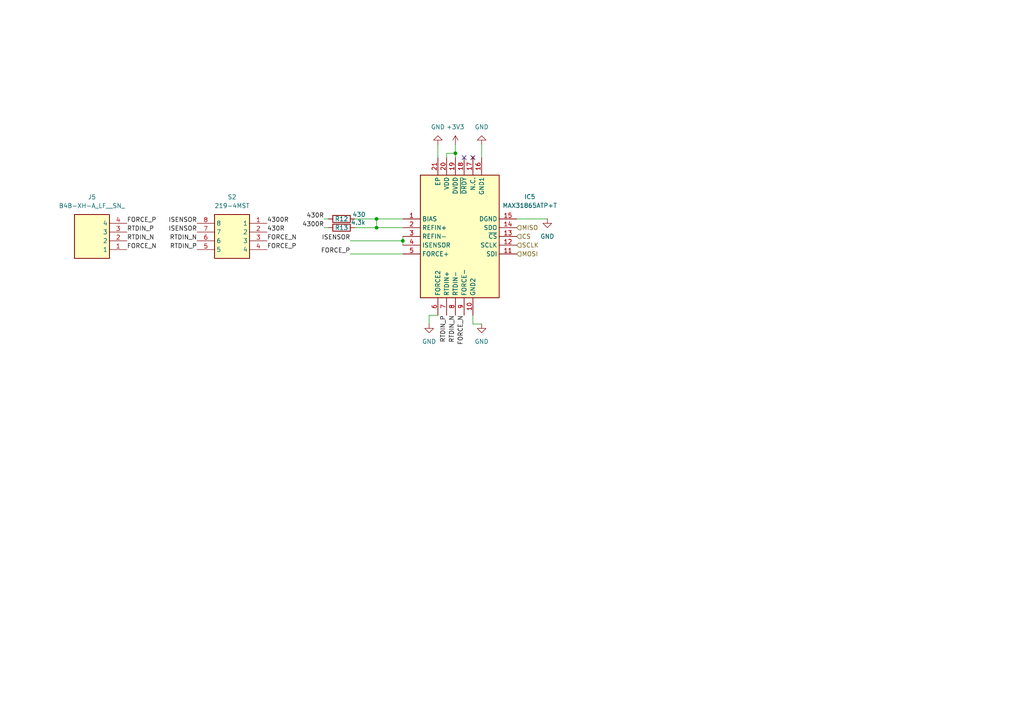
<source format=kicad_sch>
(kicad_sch (version 20250114) (generator "eeschema") (generator_version "9.0")
  (paper "A4")
  (lib_symbols
    (symbol "B4B-XH-A_LF__SN_:B4B-XH-A_LF__SN_"
      (property "Reference" "J" (at 16.51 7.62 0))
      (property "Value" "B4B-XH-A_LF__SN_" (at 16.51 5.08 0))
      (symbol "B4B-XH-A_LF__SN__1_1"
        (rectangle (start 5.08 2.54) (end 15.24 -10.16) (stroke (width 0.254)) (fill (type background)))
        (pin passive line (at 0 0 0) (length 5.08) (name "1") (number "1"))
        (pin passive line (at 0 -2.54 0) (length 5.08) (name "2") (number "2"))
        (pin passive line (at 0 -5.08 0) (length 5.08) (name "3") (number "3"))
        (pin passive line (at 0 -7.62 0) (length 5.08) (name "4") (number "4"))
      )
    )
    (symbol "Device:R" (pin_numbers (hide yes)) (pin_names (offset 0))
      (property "Reference" "R" (at 2.032 0 90))
      (property "Value" "R" (at 0 0 90))
      (symbol "R_0_1"
        (rectangle (start -1.016 -2.54) (end 1.016 2.54) (stroke (width 0.254)))
      )
      (symbol "R_1_1"
        (pin passive line (at 0 3.81 270) (length 1.27) (name "~") (number "1"))
        (pin passive line (at 0 -3.81 90) (length 1.27) (name "~") (number "2"))
      )
    )
    (symbol "MAX31865ATP+T:MAX31865ATP+T"
      (property "Reference" "IC" (at 29.21 17.78 0))
      (property "Value" "MAX31865ATP+T" (at 29.21 15.24 0))
      (symbol "MAX31865ATP+T_1_1"
        (rectangle (start 5.08 12.7) (end 27.94 -22.86) (stroke (width 0.254)) (fill (type background)))
        (pin passive line (at 0 0 0) (length 5.08) (name "BIAS") (number "1"))
        (pin passive line (at 0 -2.54 0) (length 5.08) (name "REFIN+") (number "2"))
        (pin passive line (at 0 -5.08 0) (length 5.08) (name "REFIN-") (number "3"))
        (pin passive line (at 0 -7.62 0) (length 5.08) (name "ISENSOR") (number "4"))
        (pin passive line (at 0 -10.16 0) (length 5.08) (name "FORCE+") (number "5"))
        (pin passive line (at 10.16 17.78 270) (length 5.08) (name "EP") (number "21"))
        (pin passive line (at 10.16 -27.94 90) (length 5.08) (name "FORCE2") (number "6"))
        (pin passive line (at 12.7 17.78 270) (length 5.08) (name "VDD") (number "20"))
        (pin passive line (at 12.7 -27.94 90) (length 5.08) (name "RTDIN+") (number "7"))
        (pin passive line (at 15.24 17.78 270) (length 5.08) (name "DVDD") (number "19"))
        (pin passive line (at 15.24 -27.94 90) (length 5.08) (name "RTDIN-") (number "8"))
        (pin passive line (at 17.78 17.78 270) (length 5.08) (name "~{DRDY}") (number "18"))
        (pin passive line (at 17.78 -27.94 90) (length 5.08) (name "FORCE-") (number "9"))
        (pin no_connect line (at 20.32 17.78 270) (length 5.08) (name "N.C.") (number "17"))
        (pin passive line (at 20.32 -27.94 90) (length 5.08) (name "GND2") (number "10"))
        (pin passive line (at 22.86 17.78 270) (length 5.08) (name "GND1") (number "16"))
        (pin passive line (at 33.02 0 180) (length 5.08) (name "DGND") (number "15"))
        (pin passive line (at 33.02 -2.54 180) (length 5.08) (name "SDO") (number "14"))
        (pin passive line (at 33.02 -5.08 180) (length 5.08) (name "~{CS}") (number "13"))
        (pin passive line (at 33.02 -7.62 180) (length 5.08) (name "SCLK") (number "12"))
        (pin passive line (at 33.02 -10.16 180) (length 5.08) (name "SDI") (number "11"))
      )
    )
    (symbol "Switches SPST 4:219-4MST"
      (property "Reference" "S" (at 16.51 7.62 0))
      (property "Value" "219-4MST" (at 16.51 5.08 0))
      (symbol "219-4MST_1_1"
        (rectangle (start 5.08 2.54) (end 15.24 -10.16) (stroke (width 0.254)) (fill (type background)))
        (pin passive line (at 0 0 0) (length 5.08) (name "1") (number "1"))
        (pin passive line (at 0 -2.54 0) (length 5.08) (name "2") (number "2"))
        (pin passive line (at 0 -5.08 0) (length 5.08) (name "3") (number "3"))
        (pin passive line (at 0 -7.62 0) (length 5.08) (name "4") (number "4"))
        (pin passive line (at 20.32 0 180) (length 5.08) (name "8") (number "8"))
        (pin passive line (at 20.32 -2.54 180) (length 5.08) (name "7") (number "7"))
        (pin passive line (at 20.32 -5.08 180) (length 5.08) (name "6") (number "6"))
        (pin passive line (at 20.32 -7.62 180) (length 5.08) (name "5") (number "5"))
      )
    )
    (symbol "power:+3V3" (power) (pin_numbers (hide yes)) (pin_names (offset 0) (hide yes))
      (property "Value" "+3V3" (at 0 3.556 0))
      (symbol "+3V3_0_1"
        (polyline (pts (xy -0.762 1.27) (xy 0 2.54)))
        (polyline (pts (xy 0 2.54) (xy 0.762 1.27)))
        (polyline (pts (xy 0 0) (xy 0 2.54)))
      )
      (symbol "+3V3_1_1"
        (pin power_in line (at 0 0 90) (length 0) (name "~") (number "1"))
      )
    )
    (symbol "power:GND" (power) (pin_numbers (hide yes)) (pin_names (offset 0) (hide yes))
      (property "Value" "GND" (at 0 -3.81 0))
      (symbol "GND_0_1"
        (polyline (pts (xy 0 0) (xy 0 -1.27) (xy 1.27 -1.27) (xy 0 -2.54) (xy -1.27 -1.27) (xy 0 -1.27)))
      )
      (symbol "GND_1_1"
        (pin power_in line (at 0 0 270) (length 0) (name "~") (number "1"))
      )
    )
  )
  (junction (at 116.84 69.85))
  (junction (at 109.22 63.5))
  (junction (at 132.08 44.45))
  (junction (at 109.22 66.04))
  (no_connect (at 134.62 45.72))
  (no_connect (at 137.16 45.72))
  (wire (pts (xy 139.7 93.98) (xy 137.16 93.98)))
  (wire (pts (xy 109.22 66.04) (xy 116.84 66.04)))
  (wire (pts (xy 127 41.91) (xy 127 45.72)))
  (wire (pts (xy 109.22 63.5) (xy 116.84 63.5)))
  (wire (pts (xy 116.84 68.58) (xy 116.84 69.85)))
  (wire (pts (xy 149.86 63.5) (xy 158.75 63.5)))
  (wire (pts (xy 102.87 66.04) (xy 109.22 66.04)))
  (wire (pts (xy 137.16 93.98) (xy 137.16 91.44)))
  (wire (pts (xy 124.46 91.44) (xy 124.46 93.98)))
  (wire (pts (xy 93.98 66.04) (xy 95.25 66.04)))
  (wire (pts (xy 129.54 44.45) (xy 132.08 44.45)))
  (wire (pts (xy 132.08 44.45) (xy 132.08 45.72)))
  (wire (pts (xy 124.46 91.44) (xy 127 91.44)))
  (wire (pts (xy 139.7 41.91) (xy 139.7 45.72)))
  (wire (pts (xy 129.54 45.72) (xy 129.54 44.45)))
  (wire (pts (xy 109.22 63.5) (xy 109.22 66.04)))
  (wire (pts (xy 101.6 69.85) (xy 116.84 69.85)))
  (wire (pts (xy 132.08 41.91) (xy 132.08 44.45)))
  (wire (pts (xy 93.98 63.5) (xy 95.25 63.5)))
  (wire (pts (xy 116.84 69.85) (xy 116.84 71.12)))
  (wire (pts (xy 116.84 73.66) (xy 101.6 73.66)))
  (wire (pts (xy 102.87 63.5) (xy 109.22 63.5)))
  (label "RTDIN_N" (at 132.08 91.44 270))
  (label "FORCE_N" (at 36.83 72.39 0))
  (label "ISENSOR" (at 101.6 69.85 180))
  (label "430R" (at 77.47 67.31 0))
  (label "FORCE_P" (at 101.6 73.66 180))
  (label "RTDIN_P" (at 57.15 72.39 180))
  (label "ISENSOR" (at 57.15 64.77 180))
  (label "4300R" (at 93.98 66.04 180))
  (label "FORCE_P" (at 77.47 72.39 0))
  (label "FORCE_N" (at 77.47 69.85 0))
  (label "430R" (at 93.98 63.5 180))
  (label "4300R" (at 77.47 64.77 0))
  (label "FORCE_N" (at 134.62 91.44 270))
  (label "RTDIN_N" (at 36.83 69.85 0))
  (label "RTDIN_P" (at 129.54 91.44 270))
  (label "RTDIN_N" (at 57.15 69.85 180))
  (label "RTDIN_P" (at 36.83 67.31 0))
  (label "FORCE_P" (at 36.83 64.77 0))
  (label "ISENSOR" (at 57.15 67.31 180))
  (hierarchical_label "SCLK" (shape input) (at 149.86 71.12 0))
  (hierarchical_label "MISO" (shape input) (at 149.86 66.04 0))
  (hierarchical_label "CS" (shape input) (at 149.86 68.58 0))
  (hierarchical_label "MOSI" (shape input) (at 149.86 73.66 0))
  (symbol (lib_id "power:GND") (at 127 41.91 180) (unit 1)
    (property "Reference" "#PWR017" (effects (hide yes)))
    (property "Value" "GND" (at 127 36.83 0))
    (property "Description" "Power symbol creates a global label with name \"GND\" , ground" (effects (hide yes)))
    (instances (project "first_project" (path "" (reference "#PWR027") (unit 1)) (path "" (reference "#PWR039") (unit 1)) (path "" (reference "#PWR017") (unit 1)) (path "" (reference "#PWR033") (unit 1))))
  )
  (symbol (lib_id "power:GND") (at 139.7 41.91 180) (unit 1)
    (property "Reference" "#PWR019" (effects (hide yes)))
    (property "Value" "GND" (at 139.7 36.83 0))
    (property "Description" "Power symbol creates a global label with name \"GND\" , ground" (effects (hide yes)))
    (instances (project "first_project" (path "" (reference "#PWR029") (unit 1)) (path "" (reference "#PWR041") (unit 1)) (path "" (reference "#PWR019") (unit 1)) (path "" (reference "#PWR035") (unit 1))))
  )
  (symbol (lib_id "power:GND") (at 158.75 63.5 0) (unit 1)
    (property "Reference" "#PWR021" (effects (hide yes)))
    (property "Value" "GND" (at 158.75 68.58 0))
    (property "Description" "Power symbol creates a global label with name \"GND\" , ground" (effects (hide yes)))
    (instances (project "first_project" (path "" (reference "#PWR031") (unit 1)) (path "" (reference "#PWR043") (unit 1)) (path "" (reference "#PWR021") (unit 1)) (path "" (reference "#PWR037") (unit 1))))
  )
  (symbol (lib_id "power:GND") (at 139.7 93.98 0) (unit 1)
    (property "Reference" "#PWR020" (effects (hide yes)))
    (property "Value" "GND" (at 139.7 99.06 0))
    (property "Description" "Power symbol creates a global label with name \"GND\" , ground" (effects (hide yes)))
    (instances (project "first_project" (path "" (reference "#PWR030") (unit 1)) (path "" (reference "#PWR042") (unit 1)) (path "" (reference "#PWR020") (unit 1)) (path "" (reference "#PWR036") (unit 1))))
  )
  (symbol (lib_id "Switches SPST 4:219-4MST") (at 77.47 64.77 0) (mirror y) (unit 1)
    (property "Reference" "S1" (at 67.31 57.15 0))
    (property "Value" "219-4MST" (at 67.31 59.69 0))
    (property "Footprint" "Library:2194MST" (effects (hide yes)))
    (property "Datasheet" "https://componentsearchengine.com/Datasheets/1/219-4MST.pdf" (effects (hide yes)))
    (property "Description" "DIP Switches / SIP Switches" (effects (hide yes)))
    (property "Height" "4.3" (effects (hide yes)))
    (property "Mouser Part Number" "774-2194MST" (effects (hide yes)))
    (property "Mouser Price/Stock" "https://www.mouser.co.uk/ProductDetail/CTS-Electronic-Components/219-4MST?qs=qNzHFtQhdJ8xGV2Z9mul9A%3D%3D" (effects (hide yes)))
    (property "Manufacturer_Name" "CTS" (effects (hide yes)))
    (property "Manufacturer_Part_Number" "219-4MST" (effects (hide yes)))
    (instances (project "first_project" (path "" (reference "S2") (unit 1)) (path "" (reference "S4") (unit 1)) (path "" (reference "S1") (unit 1)) (path "" (reference "S3") (unit 1))))
  )
  (symbol (lib_id "power:GND") (at 124.46 93.98 0) (unit 1)
    (property "Reference" "#PWR016" (effects (hide yes)))
    (property "Value" "GND" (at 124.46 99.06 0))
    (property "Description" "Power symbol creates a global label with name \"GND\" , ground" (effects (hide yes)))
    (instances (project "first_project" (path "" (reference "#PWR026") (unit 1)) (path "" (reference "#PWR038") (unit 1)) (path "" (reference "#PWR016") (unit 1)) (path "" (reference "#PWR032") (unit 1))))
  )
  (symbol (lib_id "power:+3V3") (at 132.08 41.91 0) (unit 1)
    (property "Reference" "#PWR018" (effects (hide yes)))
    (property "Value" "+3V3" (at 132.08 36.83 0))
    (property "Description" "Power symbol creates a global label with name \"+3V3\"" (effects (hide yes)))
    (instances (project "first_project" (path "" (reference "#PWR028") (unit 1)) (path "" (reference "#PWR040") (unit 1)) (path "" (reference "#PWR018") (unit 1)) (path "" (reference "#PWR034") (unit 1))))
  )
  (symbol (lib_id "MAX31865ATP+T:MAX31865ATP+T") (at 116.84 63.5 0) (unit 1)
    (property "Reference" "IC3" (at 153.67 57.0798 0))
    (property "Value" "MAX31865ATP+T" (at 153.67 59.6198 0))
    (property "Footprint" "Library:QFN65P500X500X80-21N" (effects (hide yes)))
    (property "Datasheet" "https://www.analog.com/MAX31865/datasheet" (effects (hide yes)))
    (property "Description" "IC RTD TO DIGITAL CONVERT 20TQFN" (effects (hide yes)))
    (property "Height" "0.8" (effects (hide yes)))
    (property "Mouser Part Number" "700-MAX31865ATP+T" (effects (hide yes)))
    (property "Mouser Price/Stock" "https://www.mouser.co.uk/ProductDetail/Analog-Devices-Maxim-Integrated/MAX31865ATP%2bT?qs=mIV%2FTjyUFhl0J5LgcLJnSg%3D%3D" (effects (hide yes)))
    (property "Manufacturer_Name" "Analog Devices" (effects (hide yes)))
    (property "Manufacturer_Part_Number" "MAX31865ATP+T" (effects (hide yes)))
    (instances (project "first_project" (path "" (reference "IC5") (unit 1)) (path "" (reference "IC7") (unit 1)) (path "" (reference "IC3") (unit 1)) (path "" (reference "IC6") (unit 1))))
  )
  (symbol (lib_id "Device:R") (at 99.06 63.5 90) (unit 1)
    (property "Reference" "R10" (at 99.06 63.5 90))
    (property "Value" "430" (at 104.14 62.23 90))
    (property "Footprint" "Resistor_SMD:R_0402_1005Metric" (effects (hide yes)))
    (property "Description" "Resistor" (effects (hide yes)))
    (instances (project "first_project" (path "" (reference "R12") (unit 1)) (path "" (reference "R16") (unit 1)) (path "" (reference "R10") (unit 1)) (path "" (reference "R14") (unit 1))))
  )
  (symbol (lib_id "Device:R") (at 99.06 66.04 90) (unit 1)
    (property "Reference" "R11" (at 99.06 66.04 90))
    (property "Value" "4.3k" (at 103.886 64.516 90))
    (property "Footprint" "Resistor_SMD:R_0402_1005Metric" (effects (hide yes)))
    (property "Description" "Resistor" (effects (hide yes)))
    (instances (project "first_project" (path "" (reference "R13") (unit 1)) (path "" (reference "R17") (unit 1)) (path "" (reference "R11") (unit 1)) (path "" (reference "R15") (unit 1))))
  )
  (symbol (lib_id "B4B-XH-A_LF__SN_:B4B-XH-A_LF__SN_") (at 36.83 72.39 180) (unit 1)
    (property "Reference" "J3" (at 26.67 57.15 0))
    (property "Value" "B4B-XH-A_LF__SN_" (at 26.67 59.69 0))
    (property "Footprint" "B4BXHALFSN" (effects (hide yes)))
    (property "Datasheet" "https://datasheet.lcsc.com/szlcsc/JST-Sales-America-B4B-XH-A-LF-SN_C144395.pdf" (effects (hide yes)))
    (property "Description" "CONN HEADER VERT 4POS 2.5MM" (effects (hide yes)))
    (property "Height" "7" (effects (hide yes)))
    (property "Mouser Part Number" "306-B4BXHALFSN" (effects (hide yes)))
    (property "Mouser Price/Stock" "https://www.mouser.co.uk/ProductDetail/JST-Commercial/B4B-XH-ALFSN?qs=cdbOS8ANM9CfC08d%252BywhFw%3D%3D" (effects (hide yes)))
    (property "Manufacturer_Name" "JST (JAPAN SOLDERLESS TERMINALS)" (effects (hide yes)))
    (property "Manufacturer_Part_Number" "B4B-XH-A(LF)(SN)" (effects (hide yes)))
    (instances (project "first_project" (path "" (reference "J5") (unit 1)) (path "" (reference "J7") (unit 1)) (path "" (reference "J3") (unit 1)) (path "" (reference "J6") (unit 1))))
  )
)
</source>
